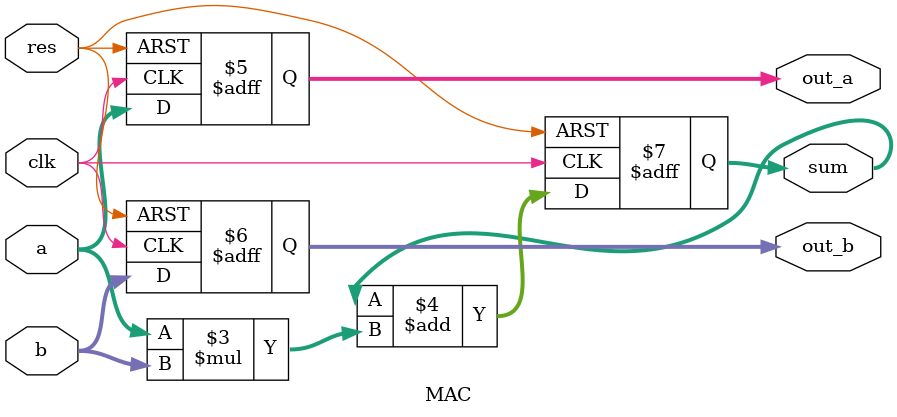
<source format=v>
`timescale 1ns / 1ps


module MAC(
    input [3:0] a,
    input [3:0] b,
    input clk,
    input res,
    output reg [3:0] out_a,
    output reg [3:0] out_b,
    output reg [9:0] sum
    );
    
    always@(posedge clk or posedge res)
    begin
        if (res == 1)
        begin
            sum <= 0;
            out_a <= 0;
            out_b <= 0;
        end
        else begin
            sum <= sum + (a * b);
            out_a <= a;
            out_b <= b;
        end
    end
endmodule
</source>
